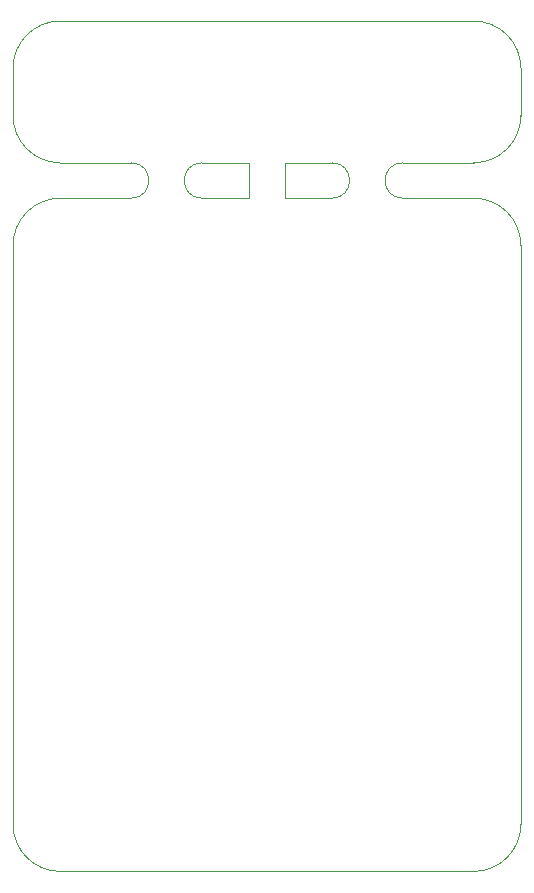
<source format=gbr>
%TF.GenerationSoftware,KiCad,Pcbnew,8.0.5*%
%TF.CreationDate,2025-01-18T12:13:08+01:00*%
%TF.ProjectId,Floppy voltmeter clock,466c6f70-7079-4207-966f-6c746d657465,1.0*%
%TF.SameCoordinates,Original*%
%TF.FileFunction,Profile,NP*%
%FSLAX46Y46*%
G04 Gerber Fmt 4.6, Leading zero omitted, Abs format (unit mm)*
G04 Created by KiCad (PCBNEW 8.0.5) date 2025-01-18 12:13:08*
%MOMM*%
%LPD*%
G01*
G04 APERTURE LIST*
%TA.AperFunction,Profile*%
%ADD10C,0.050000*%
%TD*%
%TA.AperFunction,Profile*%
%ADD11C,0.120000*%
%TD*%
G04 APERTURE END LIST*
D10*
X197000000Y-83000000D02*
X197000000Y-80000000D01*
X181000000Y-80000000D02*
G75*
G02*
X177000000Y-76000000I0J4000000D01*
G01*
X216000000Y-68000000D02*
G75*
G02*
X220000000Y-72000000I0J-4000000D01*
G01*
X181000000Y-140000000D02*
G75*
G02*
X177000000Y-136000000I0J4000000D01*
G01*
X210000000Y-80000000D02*
X216000000Y-80000000D01*
X216000000Y-140000000D02*
X181000000Y-140000000D01*
X177000000Y-87000000D02*
G75*
G02*
X181000000Y-83000000I4000000J0D01*
G01*
X220000000Y-72000000D02*
X220000000Y-76000000D01*
X193000000Y-83000000D02*
X197000000Y-83000000D01*
X220000000Y-76000000D02*
G75*
G02*
X216000000Y-80000000I-4000000J0D01*
G01*
X220000000Y-136000000D02*
X220000000Y-87000000D01*
X216000000Y-68000000D02*
X181000000Y-68000000D01*
X220000000Y-136000000D02*
G75*
G02*
X216000000Y-140000000I-4000000J0D01*
G01*
X181000000Y-80000000D02*
X187000000Y-80000000D01*
X200000000Y-80000000D02*
X200000000Y-83000000D01*
X177000000Y-87000000D02*
X177000000Y-136000000D01*
X177000000Y-72000000D02*
X177000000Y-76000000D01*
X197000000Y-80000000D02*
X193000000Y-80000000D01*
X200000000Y-83000000D02*
X204000000Y-83000000D01*
X216000000Y-83000000D02*
X210000000Y-83000000D01*
X216000000Y-83000000D02*
G75*
G02*
X220000000Y-87000000I0J-4000000D01*
G01*
X204000000Y-80000000D02*
X200000000Y-80000000D01*
X187000000Y-83000000D02*
X181000000Y-83000000D01*
X177000000Y-72000000D02*
G75*
G02*
X181000000Y-68000000I4000000J0D01*
G01*
D11*
%TO.C,mouse-bite-3mm-slot*%
X204000000Y-80000000D02*
G75*
G02*
X204000000Y-83000000I0J-1500000D01*
G01*
X210000000Y-83000000D02*
G75*
G02*
X210000000Y-80000000I0J1500000D01*
G01*
X187000000Y-80000000D02*
G75*
G02*
X187000000Y-83000000I0J-1500000D01*
G01*
X193000000Y-83000000D02*
G75*
G02*
X193000000Y-80000000I0J1500000D01*
G01*
%TD*%
M02*

</source>
